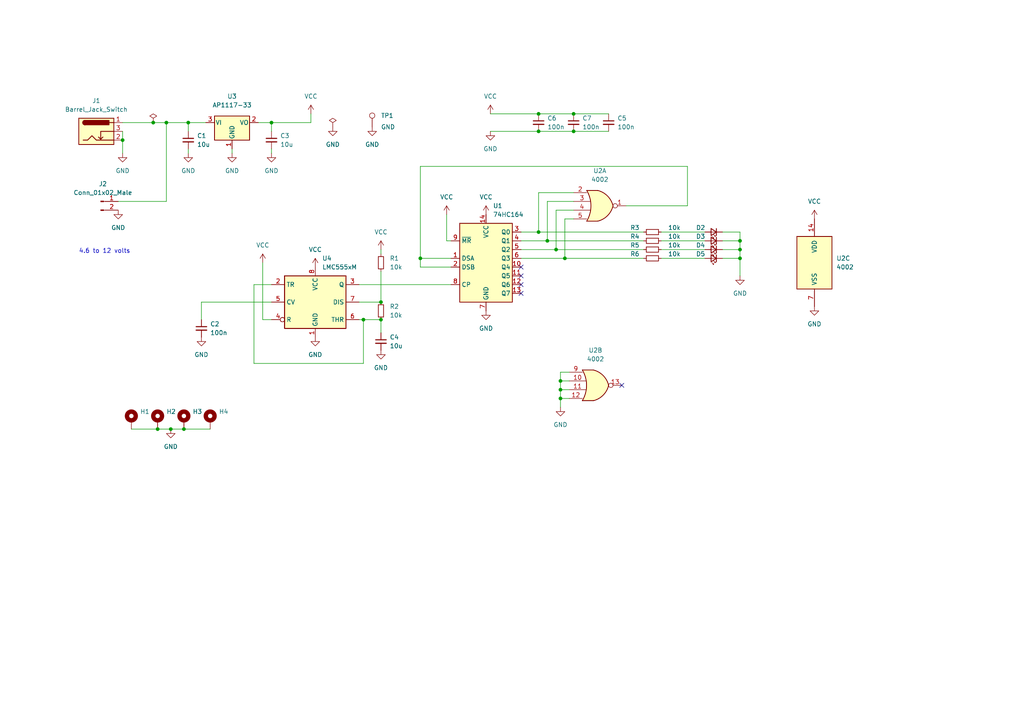
<source format=kicad_sch>
(kicad_sch (version 20211123) (generator eeschema)
  (paper "A4")
  (lib_symbols
    (symbol "4xxx:4002" (pin_names (offset 1.016))
      (property "Reference" "U" (at 0 1.27 0))
      (property "Value" "4002" (at 0 -1.27 0))
      (symbol "4002_1_1"
        (arc (start -3.81 -4.445) (mid -2.5908 0) (end -3.81 4.445) (stroke (width 0.254)))
        (arc (start -0.6096 -4.445) (mid 2.2246 -2.8422) (end 3.81 0) (stroke (width 0.254)) (fill (type background)))
        (polyline (pts (xy -3.81 -4.445) (xy -0.635 -4.445)) (stroke (width 0.254)) (fill (type background)))
        (polyline (pts (xy -3.81 4.445) (xy -0.635 4.445)) (stroke (width 0.254)) (fill (type background)))
        (polyline (pts (xy -0.635 4.445) (xy -3.81 4.445) (xy -3.81 4.445) (xy -3.6322 4.0894) (xy -3.0988 2.921) (xy -2.7686 1.6764) (xy -2.6162 0.4318) (xy -2.6416 -0.8636) (xy -2.8702 -2.1082) (xy -3.2512 -3.3274) (xy -3.81 -4.445) (xy -3.81 -4.445) (xy -0.635 -4.445)) (stroke (width -25.4)) (fill (type background)))
        (arc (start 3.81 0) (mid 2.2204 2.8379) (end -0.6096 4.445) (stroke (width 0.254)) (fill (type background)))
        (pin output inverted (at 7.62 0 180) (length 3.81) (name "~") (number "1"))
        (pin input line (at -7.62 3.81 0) (length 3.81) (name "~") (number "2"))
        (pin input line (at -7.62 1.27 0) (length 4.826) (name "~") (number "3"))
        (pin input line (at -7.62 -1.27 0) (length 4.826) (name "~") (number "4"))
        (pin input line (at -7.62 -3.81 0) (length 3.81) (name "~") (number "5"))
      )
      (symbol "4002_1_2"
        (arc (start -0.635 -4.445) (mid 3.81 0) (end -0.635 4.445) (stroke (width 0.254)) (fill (type background)))
        (polyline (pts (xy -0.635 4.445) (xy -3.81 4.445) (xy -3.81 -4.445) (xy -0.635 -4.445)) (stroke (width 0.254)) (fill (type background)))
        (pin output line (at 7.62 0 180) (length 3.81) (name "~") (number "1"))
        (pin input inverted (at -7.62 3.81 0) (length 3.81) (name "~") (number "2"))
        (pin input inverted (at -7.62 1.27 0) (length 3.81) (name "~") (number "3"))
        (pin input inverted (at -7.62 -1.27 0) (length 3.81) (name "~") (number "4"))
        (pin input inverted (at -7.62 -3.81 0) (length 3.81) (name "~") (number "5"))
      )
      (symbol "4002_2_1"
        (arc (start -3.81 -4.445) (mid -2.5908 0) (end -3.81 4.445) (stroke (width 0.254)))
        (arc (start -0.6096 -4.445) (mid 2.2246 -2.8422) (end 3.81 0) (stroke (width 0.254)) (fill (type background)))
        (polyline (pts (xy -3.81 -4.445) (xy -0.635 -4.445)) (stroke (width 0.254)) (fill (type background)))
        (polyline (pts (xy -3.81 4.445) (xy -0.635 4.445)) (stroke (width 0.254)) (fill (type background)))
        (polyline (pts (xy -0.635 4.445) (xy -3.81 4.445) (xy -3.81 4.445) (xy -3.6322 4.0894) (xy -3.0988 2.921) (xy -2.7686 1.6764) (xy -2.6162 0.4318) (xy -2.6416 -0.8636) (xy -2.8702 -2.1082) (xy -3.2512 -3.3274) (xy -3.81 -4.445) (xy -3.81 -4.445) (xy -0.635 -4.445)) (stroke (width -25.4)) (fill (type background)))
        (arc (start 3.81 0) (mid 2.2204 2.8379) (end -0.6096 4.445) (stroke (width 0.254)) (fill (type background)))
        (pin input line (at -7.62 1.27 0) (length 4.826) (name "~") (number "10"))
        (pin input line (at -7.62 -1.27 0) (length 4.826) (name "~") (number "11"))
        (pin input line (at -7.62 -3.81 0) (length 3.81) (name "~") (number "12"))
        (pin output inverted (at 7.62 0 180) (length 3.81) (name "~") (number "13"))
        (pin input line (at -7.62 3.81 0) (length 3.81) (name "~") (number "9"))
      )
      (symbol "4002_2_2"
        (arc (start -0.635 -4.445) (mid 3.81 0) (end -0.635 4.445) (stroke (width 0.254)) (fill (type background)))
        (polyline (pts (xy -0.635 4.445) (xy -3.81 4.445) (xy -3.81 -4.445) (xy -0.635 -4.445)) (stroke (width 0.254)) (fill (type background)))
        (pin input inverted (at -7.62 1.27 0) (length 3.81) (name "~") (number "10"))
        (pin input inverted (at -7.62 -1.27 0) (length 3.81) (name "~") (number "11"))
        (pin input inverted (at -7.62 -3.81 0) (length 3.81) (name "~") (number "12"))
        (pin output line (at 7.62 0 180) (length 3.81) (name "~") (number "13"))
        (pin input inverted (at -7.62 3.81 0) (length 3.81) (name "~") (number "9"))
      )
      (symbol "4002_3_0"
        (pin power_in line (at 0 12.7 270) (length 5.08) (name "VDD") (number "14"))
        (pin power_in line (at 0 -12.7 90) (length 5.08) (name "VSS") (number "7"))
      )
      (symbol "4002_3_1"
        (rectangle (start -5.08 7.62) (end 5.08 -7.62) (stroke (width 0.254)) (fill (type background)))
      )
    )
    (symbol "74xx:74HC164"
      (property "Reference" "U" (at 1.905 -13.97 0))
      (property "Value" "74HC164" (at 1.905 -16.51 0))
      (symbol "74HC164_0_1"
        (rectangle (start 7.62 10.16) (end -7.62 -12.7) (stroke (width 0.254)) (fill (type background)))
      )
      (symbol "74HC164_1_1"
        (pin input line (at -10.16 0 0) (length 2.54) (name "DSA") (number "1"))
        (pin output line (at 10.16 -2.54 180) (length 2.54) (name "Q4") (number "10"))
        (pin output line (at 10.16 -5.08 180) (length 2.54) (name "Q5") (number "11"))
        (pin output line (at 10.16 -7.62 180) (length 2.54) (name "Q6") (number "12"))
        (pin output line (at 10.16 -10.16 180) (length 2.54) (name "Q7") (number "13"))
        (pin power_in line (at 0 12.7 270) (length 2.54) (name "VCC") (number "14"))
        (pin input line (at -10.16 -2.54 0) (length 2.54) (name "DSB") (number "2"))
        (pin output line (at 10.16 7.62 180) (length 2.54) (name "Q0") (number "3"))
        (pin output line (at 10.16 5.08 180) (length 2.54) (name "Q1") (number "4"))
        (pin output line (at 10.16 2.54 180) (length 2.54) (name "Q2") (number "5"))
        (pin output line (at 10.16 0 180) (length 2.54) (name "Q3") (number "6"))
        (pin power_in line (at 0 -15.24 90) (length 2.54) (name "GND") (number "7"))
        (pin input line (at -10.16 -7.62 0) (length 2.54) (name "CP") (number "8"))
        (pin input line (at -10.16 5.08 0) (length 2.54) (name "~{MR}") (number "9"))
      )
    )
    (symbol "Connector:Barrel_Jack_Switch" (pin_names hide)
      (property "Reference" "J" (at 0 5.334 0))
      (property "Value" "Barrel_Jack_Switch" (at 0 -5.08 0))
      (symbol "Barrel_Jack_Switch_0_1"
        (rectangle (start -5.08 3.81) (end 5.08 -3.81) (stroke (width 0.254)) (fill (type background)))
        (arc (start -3.302 3.175) (mid -3.937 2.54) (end -3.302 1.905) (stroke (width 0.254)))
        (arc (start -3.302 3.175) (mid -3.937 2.54) (end -3.302 1.905) (stroke (width 0.254)) (fill (type outline)))
        (polyline (pts (xy 1.27 -2.286) (xy 1.905 -1.651)) (stroke (width 0.254)))
        (polyline (pts (xy 5.08 2.54) (xy 3.81 2.54)) (stroke (width 0.254)))
        (polyline (pts (xy 5.08 0) (xy 1.27 0) (xy 1.27 -2.286) (xy 0.635 -1.651)) (stroke (width 0.254)))
        (polyline (pts (xy -3.81 -2.54) (xy -2.54 -2.54) (xy -1.27 -1.27) (xy 0 -2.54) (xy 2.54 -2.54) (xy 5.08 -2.54)) (stroke (width 0.254)))
        (rectangle (start 3.683 3.175) (end -3.302 1.905) (stroke (width 0.254)) (fill (type outline)))
      )
      (symbol "Barrel_Jack_Switch_1_1"
        (pin passive line (at 7.62 2.54 180) (length 2.54) (name "~") (number "1"))
        (pin passive line (at 7.62 -2.54 180) (length 2.54) (name "~") (number "2"))
        (pin passive line (at 7.62 0 180) (length 2.54) (name "~") (number "3"))
      )
    )
    (symbol "Connector:Conn_01x02_Male" (pin_names (offset 1.016) hide)
      (property "Reference" "J" (at 0 2.54 0))
      (property "Value" "Conn_01x02_Male" (at 0 -5.08 0))
      (symbol "Conn_01x02_Male_1_1"
        (polyline (pts (xy 1.27 -2.54) (xy 0.8636 -2.54)) (stroke (width 0.1524)))
        (polyline (pts (xy 1.27 0) (xy 0.8636 0)) (stroke (width 0.1524)))
        (rectangle (start 0.8636 -2.413) (end 0 -2.667) (stroke (width 0.1524)) (fill (type outline)))
        (rectangle (start 0.8636 0.127) (end 0 -0.127) (stroke (width 0.1524)) (fill (type outline)))
        (pin passive line (at 5.08 0 180) (length 3.81) (name "Pin_1") (number "1"))
        (pin passive line (at 5.08 -2.54 180) (length 3.81) (name "Pin_2") (number "2"))
      )
    )
    (symbol "Connector:TestPoint" (pin_numbers hide) (pin_names (offset 0.762) hide)
      (property "Reference" "TP" (at 0 6.858 0))
      (property "Value" "TestPoint" (at 0 5.08 0))
      (symbol "TestPoint_0_1"
        (circle (center 0 3.302) (radius 0.762))
      )
      (symbol "TestPoint_1_1"
        (pin passive line (at 0 0 90) (length 2.54) (name "1") (number "1"))
      )
    )
    (symbol "Device:C_Small" (pin_numbers hide) (pin_names (offset 0.254) hide)
      (property "Reference" "C" (at 0.254 1.778 0))
      (property "Value" "C_Small" (at 0.254 -2.032 0))
      (symbol "C_Small_0_1"
        (polyline (pts (xy -1.524 -0.508) (xy 1.524 -0.508)) (stroke (width 0.3302)))
        (polyline (pts (xy -1.524 0.508) (xy 1.524 0.508)) (stroke (width 0.3048)))
      )
      (symbol "C_Small_1_1"
        (pin passive line (at 0 2.54 270) (length 2.032) (name "~") (number "1"))
        (pin passive line (at 0 -2.54 90) (length 2.032) (name "~") (number "2"))
      )
    )
    (symbol "Device:LED_Small" (pin_numbers hide) (pin_names (offset 0.254) hide)
      (property "Reference" "D" (at -1.27 3.175 0))
      (property "Value" "LED_Small" (at -4.445 -2.54 0))
      (symbol "LED_Small_0_1"
        (polyline (pts (xy -0.762 -1.016) (xy -0.762 1.016)) (stroke (width 0.254)))
        (polyline (pts (xy 1.016 0) (xy -0.762 0)))
        (polyline (pts (xy 0.762 -1.016) (xy -0.762 0) (xy 0.762 1.016) (xy 0.762 -1.016)) (stroke (width 0.254)))
        (polyline (pts (xy 0 0.762) (xy -0.508 1.27) (xy -0.254 1.27) (xy -0.508 1.27) (xy -0.508 1.016)))
        (polyline (pts (xy 0.508 1.27) (xy 0 1.778) (xy 0.254 1.778) (xy 0 1.778) (xy 0 1.524)))
      )
      (symbol "LED_Small_1_1"
        (pin passive line (at -2.54 0 0) (length 1.778) (name "K") (number "1"))
        (pin passive line (at 2.54 0 180) (length 1.778) (name "A") (number "2"))
      )
    )
    (symbol "Device:R_Small" (pin_numbers hide) (pin_names (offset 0.254) hide)
      (property "Reference" "R" (at 0.762 0.508 0))
      (property "Value" "R_Small" (at 0.762 -1.016 0))
      (symbol "R_Small_0_1"
        (rectangle (start -0.762 1.778) (end 0.762 -1.778) (stroke (width 0.2032)))
      )
      (symbol "R_Small_1_1"
        (pin passive line (at 0 2.54 270) (length 0.762) (name "~") (number "1"))
        (pin passive line (at 0 -2.54 90) (length 0.762) (name "~") (number "2"))
      )
    )
    (symbol "Mechanical:MountingHole_Pad" (pin_numbers hide) (pin_names (offset 1.016) hide)
      (property "Reference" "H" (at 0 6.35 0))
      (property "Value" "MountingHole_Pad" (at 0 4.445 0))
      (symbol "MountingHole_Pad_0_1"
        (circle (center 0 1.27) (radius 1.27) (stroke (width 1.27)))
      )
      (symbol "MountingHole_Pad_1_1"
        (pin input line (at 0 -2.54 90) (length 2.54) (name "1") (number "1"))
      )
    )
    (symbol "Regulator_Linear:AP1117-33" (pin_names (offset 0.254))
      (property "Reference" "U" (at -3.81 3.175 0))
      (property "Value" "AP1117-33" (at 0 3.175 0))
      (symbol "AP1117-33_0_1"
        (rectangle (start -5.08 -5.08) (end 5.08 1.905) (stroke (width 0.254)) (fill (type background)))
      )
      (symbol "AP1117-33_1_1"
        (pin power_in line (at 0 -7.62 90) (length 2.54) (name "GND") (number "1"))
        (pin power_out line (at 7.62 0 180) (length 2.54) (name "VO") (number "2"))
        (pin power_in line (at -7.62 0 0) (length 2.54) (name "VI") (number "3"))
      )
    )
    (symbol "Timer:LMC555xM"
      (property "Reference" "U" (at -10.16 8.89 0))
      (property "Value" "LMC555xM" (at 2.54 8.89 0))
      (symbol "LMC555xM_0_0"
        (pin power_in line (at 0 -10.16 90) (length 2.54) (name "GND") (number "1"))
        (pin power_in line (at 0 10.16 270) (length 2.54) (name "VCC") (number "8"))
      )
      (symbol "LMC555xM_0_1"
        (rectangle (start -8.89 -7.62) (end 8.89 7.62) (stroke (width 0.254)) (fill (type background)))
        (rectangle (start -8.89 -7.62) (end 8.89 7.62) (stroke (width 0.254)) (fill (type background)))
      )
      (symbol "LMC555xM_1_1"
        (pin input line (at -12.7 5.08 0) (length 3.81) (name "TR") (number "2"))
        (pin output line (at 12.7 5.08 180) (length 3.81) (name "Q") (number "3"))
        (pin input inverted (at -12.7 -5.08 0) (length 3.81) (name "R") (number "4"))
        (pin input line (at -12.7 0 0) (length 3.81) (name "CV") (number "5"))
        (pin input line (at 12.7 -5.08 180) (length 3.81) (name "THR") (number "6"))
        (pin input line (at 12.7 0 180) (length 3.81) (name "DIS") (number "7"))
      )
    )
    (symbol "power:GND" (power) (pin_names (offset 0))
      (property "Value" "GND" (at 0 -3.81 0))
      (symbol "GND_0_1"
        (polyline (pts (xy 0 0) (xy 0 -1.27) (xy 1.27 -1.27) (xy 0 -2.54) (xy -1.27 -1.27) (xy 0 -1.27)))
      )
      (symbol "GND_1_1"
        (pin power_in line (at 0 0 270) (length 0) hide (name "GND") (number "1"))
      )
    )
    (symbol "power:PWR_FLAG" (power) (pin_numbers hide) (pin_names (offset 0) hide)
      (property "Value" "PWR_FLAG" (at 0 3.81 0))
      (symbol "PWR_FLAG_0_0"
        (pin power_out line (at 0 0 90) (length 0) (name "pwr") (number "1"))
      )
      (symbol "PWR_FLAG_0_1"
        (polyline (pts (xy 0 0) (xy 0 1.27) (xy -1.016 1.905) (xy 0 2.54) (xy 1.016 1.905) (xy 0 1.27)))
      )
    )
    (symbol "power:VCC" (power) (pin_names (offset 0))
      (property "Value" "VCC" (at 0 3.81 0))
      (symbol "VCC_0_1"
        (polyline (pts (xy -0.762 1.27) (xy 0 2.54)))
        (polyline (pts (xy 0 0) (xy 0 2.54)))
        (polyline (pts (xy 0 2.54) (xy 0.762 1.27)))
      )
      (symbol "VCC_1_1"
        (pin power_in line (at 0 0 90) (length 0) hide (name "VCC") (number "1"))
      )
    )
  )
  (junction (at 78.74 35.56))
  (junction (at 156.21 38.1))
  (junction (at 158.75 69.85))
  (junction (at 156.21 33.02))
  (junction (at 161.29 72.39))
  (junction (at 45.72 124.46))
  (junction (at 53.34 124.46))
  (junction (at 214.63 74.93))
  (junction (at 162.56 113.03))
  (junction (at 162.56 115.57))
  (junction (at 48.26 35.56))
  (junction (at 156.21 67.31))
  (junction (at 166.37 33.02))
  (junction (at 121.92 74.93))
  (junction (at 105.41 92.71))
  (junction (at 163.83 74.93))
  (junction (at 162.56 110.49))
  (junction (at 214.63 72.39))
  (junction (at 35.56 40.64))
  (junction (at 49.53 124.46))
  (junction (at 54.61 35.56))
  (junction (at 110.49 92.71))
  (junction (at 110.49 87.63))
  (junction (at 44.45 35.56))
  (junction (at 214.63 69.85))
  (junction (at 166.37 38.1))
  (no_connect (at 151.13 82.55))
  (no_connect (at 180.34 111.76))
  (no_connect (at 151.13 85.09))
  (no_connect (at 151.13 80.01))
  (no_connect (at 151.13 77.47))
  (wire (pts (xy 191.77 74.93) (xy 204.47 74.93)))
  (wire (pts (xy 162.56 110.49) (xy 165.1 110.49)))
  (wire (pts (xy 162.56 113.03) (xy 165.1 113.03)))
  (wire (pts (xy 156.21 38.1) (xy 166.37 38.1)))
  (wire (pts (xy 44.45 35.56) (xy 48.26 35.56)))
  (wire (pts (xy 121.92 74.93) (xy 130.81 74.93)))
  (wire (pts (xy 158.75 69.85) (xy 186.69 69.85)))
  (wire (pts (xy 54.61 44.45) (xy 54.61 43.18)))
  (wire (pts (xy 38.1 124.46) (xy 45.72 124.46)))
  (wire (pts (xy 162.56 115.57) (xy 165.1 115.57)))
  (wire (pts (xy 76.2 92.71) (xy 76.2 76.2)))
  (wire (pts (xy 110.49 73.66) (xy 110.49 72.39)))
  (wire (pts (xy 78.74 35.56) (xy 90.17 35.56)))
  (wire (pts (xy 214.63 74.93) (xy 214.63 80.01)))
  (wire (pts (xy 35.56 35.56) (xy 44.45 35.56)))
  (wire (pts (xy 34.29 58.42) (xy 48.26 58.42)))
  (wire (pts (xy 214.63 67.31) (xy 214.63 69.85)))
  (wire (pts (xy 130.81 69.85) (xy 129.54 69.85)))
  (wire (pts (xy 48.26 35.56) (xy 54.61 35.56)))
  (wire (pts (xy 67.31 44.45) (xy 67.31 43.18)))
  (wire (pts (xy 161.29 72.39) (xy 186.69 72.39)))
  (wire (pts (xy 209.55 67.31) (xy 214.63 67.31)))
  (wire (pts (xy 74.93 35.56) (xy 78.74 35.56)))
  (wire (pts (xy 35.56 40.64) (xy 35.56 44.45)))
  (wire (pts (xy 129.54 69.85) (xy 129.54 62.23)))
  (wire (pts (xy 54.61 38.1) (xy 54.61 35.56)))
  (wire (pts (xy 166.37 33.02) (xy 176.53 33.02)))
  (wire (pts (xy 161.29 60.96) (xy 161.29 72.39)))
  (wire (pts (xy 156.21 33.02) (xy 166.37 33.02)))
  (wire (pts (xy 151.13 72.39) (xy 161.29 72.39)))
  (wire (pts (xy 58.42 87.63) (xy 58.42 92.71)))
  (wire (pts (xy 78.74 44.45) (xy 78.74 43.18)))
  (wire (pts (xy 121.92 77.47) (xy 130.81 77.47)))
  (wire (pts (xy 162.56 107.95) (xy 162.56 110.49)))
  (wire (pts (xy 209.55 69.85) (xy 214.63 69.85)))
  (wire (pts (xy 162.56 115.57) (xy 162.56 118.11)))
  (wire (pts (xy 191.77 67.31) (xy 204.47 67.31)))
  (wire (pts (xy 158.75 58.42) (xy 158.75 69.85)))
  (wire (pts (xy 199.39 48.26) (xy 121.92 48.26)))
  (wire (pts (xy 191.77 69.85) (xy 204.47 69.85)))
  (wire (pts (xy 191.77 72.39) (xy 204.47 72.39)))
  (wire (pts (xy 110.49 78.74) (xy 110.49 87.63)))
  (wire (pts (xy 151.13 69.85) (xy 158.75 69.85)))
  (wire (pts (xy 163.83 63.5) (xy 166.37 63.5)))
  (wire (pts (xy 214.63 69.85) (xy 214.63 72.39)))
  (wire (pts (xy 162.56 110.49) (xy 162.56 113.03)))
  (wire (pts (xy 78.74 92.71) (xy 76.2 92.71)))
  (wire (pts (xy 121.92 74.93) (xy 121.92 77.47)))
  (wire (pts (xy 163.83 74.93) (xy 186.69 74.93)))
  (wire (pts (xy 209.55 72.39) (xy 214.63 72.39)))
  (wire (pts (xy 73.66 105.41) (xy 105.41 105.41)))
  (wire (pts (xy 156.21 55.88) (xy 156.21 67.31)))
  (wire (pts (xy 48.26 58.42) (xy 48.26 35.56)))
  (wire (pts (xy 209.55 74.93) (xy 214.63 74.93)))
  (wire (pts (xy 45.72 124.46) (xy 49.53 124.46)))
  (wire (pts (xy 35.56 38.1) (xy 35.56 40.64)))
  (wire (pts (xy 151.13 74.93) (xy 163.83 74.93)))
  (wire (pts (xy 49.53 124.46) (xy 53.34 124.46)))
  (wire (pts (xy 142.24 33.02) (xy 156.21 33.02)))
  (wire (pts (xy 151.13 67.31) (xy 156.21 67.31)))
  (wire (pts (xy 121.92 48.26) (xy 121.92 74.93)))
  (wire (pts (xy 156.21 67.31) (xy 186.69 67.31)))
  (wire (pts (xy 54.61 35.56) (xy 59.69 35.56)))
  (wire (pts (xy 181.61 59.69) (xy 199.39 59.69)))
  (wire (pts (xy 53.34 124.46) (xy 60.96 124.46)))
  (wire (pts (xy 73.66 82.55) (xy 73.66 105.41)))
  (wire (pts (xy 162.56 113.03) (xy 162.56 115.57)))
  (wire (pts (xy 104.14 87.63) (xy 110.49 87.63)))
  (wire (pts (xy 163.83 63.5) (xy 163.83 74.93)))
  (wire (pts (xy 78.74 87.63) (xy 58.42 87.63)))
  (wire (pts (xy 166.37 60.96) (xy 161.29 60.96)))
  (wire (pts (xy 166.37 58.42) (xy 158.75 58.42)))
  (wire (pts (xy 90.17 35.56) (xy 90.17 33.02)))
  (wire (pts (xy 166.37 55.88) (xy 156.21 55.88)))
  (wire (pts (xy 105.41 92.71) (xy 110.49 92.71)))
  (wire (pts (xy 110.49 92.71) (xy 110.49 96.52)))
  (wire (pts (xy 166.37 38.1) (xy 176.53 38.1)))
  (wire (pts (xy 142.24 38.1) (xy 156.21 38.1)))
  (wire (pts (xy 78.74 82.55) (xy 73.66 82.55)))
  (wire (pts (xy 214.63 72.39) (xy 214.63 74.93)))
  (wire (pts (xy 104.14 92.71) (xy 105.41 92.71)))
  (wire (pts (xy 104.14 82.55) (xy 130.81 82.55)))
  (wire (pts (xy 165.1 107.95) (xy 162.56 107.95)))
  (wire (pts (xy 199.39 59.69) (xy 199.39 48.26)))
  (wire (pts (xy 78.74 38.1) (xy 78.74 35.56)))
  (wire (pts (xy 105.41 105.41) (xy 105.41 92.71)))
  (text "4.6 to 12 volts" (at 22.86 73.66 0) (effects (font (size 1.27 1.27)) (justify left bottom)))
  (symbol (lib_id "Device:LED_Small") (at 207.01 69.85 180) (unit 1)
    (property "Reference" "D3" (at 203.2 68.58 0))
    (property "Value" "LED_Small" (effects hide))
    (property "Footprint" "LED_SMD:LED_0805_2012Metric" (effects hide))
    (property "LCSC" "C2297" (effects hide))
  )
  (symbol (lib_id "74xx:74HC164") (at 140.97 74.93 0) (unit 1)
    (property "Reference" "U1" (at 142.9894 59.69 0) (effects (justify left)))
    (property "Value" "74HC164" (at 142.9894 62.23 0) (effects (justify left)))
    (property "Footprint" "Package_SO:SOIC-14_3.9x8.7mm_P1.27mm" (effects hide))
    (property "Datasheet" "https://assets.nexperia.com/documents/data-sheet/74HC_HCT164.pdf" (effects hide))
    (property "LCSC" "C6825" (effects hide))
  )
  (symbol (lib_id "power:PWR_FLAG") (at 44.45 35.56 0) (unit 1)
    (property "Reference" "#FLG0103" (effects hide))
    (property "Value" "PWR_FLAG" (effects hide))
  )
  (symbol (lib_id "power:GND") (at 214.63 80.01 0) (unit 1)
    (property "Reference" "#PWR016" (effects hide))
    (property "Value" "GND" (at 214.63 85.09 0))
  )
  (symbol (lib_id "Device:C_Small") (at 58.42 95.25 0) (unit 1)
    (property "Reference" "C2" (at 60.96 93.9862 0) (effects (justify left)))
    (property "Value" "100n" (at 60.96 96.5262 0) (effects (justify left)))
    (property "Footprint" "Capacitor_SMD:C_0805_2012Metric" (effects hide))
    (property "LCSC" "C49678" (effects hide))
  )
  (symbol (lib_id "Device:C_Small") (at 176.53 35.56 0) (unit 1)
    (property "Reference" "C5" (at 179.07 34.2962 0) (effects (justify left)))
    (property "Value" "100n" (at 179.07 36.8362 0) (effects (justify left)))
    (property "Footprint" "Capacitor_SMD:C_0805_2012Metric" (effects hide))
    (property "LCSC" "C49678" (effects hide))
  )
  (symbol (lib_id "power:VCC") (at 90.17 33.02 0) (unit 1)
    (property "Reference" "#PWR0108" (effects hide))
    (property "Value" "VCC" (at 90.17 27.94 0))
  )
  (symbol (lib_id "Device:C_Small") (at 156.21 35.56 0) (unit 1)
    (property "Reference" "C6" (at 158.75 34.2962 0) (effects (justify left)))
    (property "Value" "100n" (at 158.75 36.8362 0) (effects (justify left)))
    (property "Footprint" "Capacitor_SMD:C_0805_2012Metric" (effects hide))
    (property "LCSC" "C49678" (effects hide))
  )
  (symbol (lib_id "power:GND") (at 96.52 36.83 0) (unit 1)
    (property "Reference" "#PWR0101" (effects hide))
    (property "Value" "GND" (at 96.52 41.91 0))
  )
  (symbol (lib_id "power:VCC") (at 91.44 77.47 0) (unit 1)
    (property "Reference" "#PWR0110" (effects hide))
    (property "Value" "VCC" (at 91.44 72.39 0))
  )
  (symbol (lib_id "power:VCC") (at 140.97 62.23 0) (unit 1)
    (property "Reference" "#PWR0103" (effects hide))
    (property "Value" "VCC" (at 140.97 57.15 0))
  )
  (symbol (lib_id "power:GND") (at 58.42 97.79 0) (unit 1)
    (property "Reference" "#PWR03" (effects hide))
    (property "Value" "GND" (at 58.42 102.87 0))
  )
  (symbol (lib_id "Device:LED_Small") (at 207.01 72.39 180) (unit 1)
    (property "Reference" "D4" (at 203.2 71.12 0))
    (property "Value" "LED_Small" (effects hide))
    (property "Footprint" "LED_SMD:LED_0805_2012Metric" (effects hide))
    (property "LCSC" "C2297" (effects hide))
  )
  (symbol (lib_id "Timer:LMC555xM") (at 91.44 87.63 0) (unit 1)
    (property "Reference" "U4" (at 93.4594 74.93 0) (effects (justify left)))
    (property "Value" "LMC555xM" (at 93.4594 77.47 0) (effects (justify left)))
    (property "Footprint" "Package_SO:SOIC-8_3.9x4.9mm_P1.27mm" (effects hide))
    (property "Datasheet" "http://www.ti.com/lit/ds/symlink/lmc555.pdf" (effects hide))
    (property "LCSC" "C90760" (effects hide))
  )
  (symbol (lib_id "4xxx:4002") (at 172.72 111.76 0) (unit 2)
    (property "Reference" "U2" (at 172.72 101.6 0))
    (property "Value" "4002" (at 172.72 104.14 0))
    (property "Footprint" "Package_SO:SOIC-14_3.9x8.7mm_P1.27mm" (effects hide))
    (property "Datasheet" "http://www.intersil.com/content/dam/Intersil/documents/cd40/cd4000bms-01bms-02bms-25bms.pdf" (effects hide))
  )
  (symbol (lib_id "Device:C_Small") (at 110.49 99.06 0) (unit 1)
    (property "Reference" "C4" (at 113.03 97.7962 0) (effects (justify left)))
    (property "Value" "10u" (at 113.03 100.3362 0) (effects (justify left)))
    (property "Footprint" "Capacitor_SMD:C_0805_2012Metric" (effects hide))
    (property "LCSC" "C15850" (effects hide))
  )
  (symbol (lib_id "Regulator_Linear:AP1117-33") (at 67.31 35.56 0) (unit 1)
    (property "Reference" "U3" (at 67.31 27.94 0))
    (property "Value" "AP1117-33" (at 67.31 30.48 0))
    (property "Footprint" "Package_TO_SOT_SMD:SOT-223-3_TabPin2" (effects hide))
    (property "Datasheet" "http://www.diodes.com/datasheets/AP1117.pdf" (effects hide))
    (property "LCSC" "C6186" (effects hide))
  )
  (symbol (lib_id "Device:C_Small") (at 54.61 40.64 0) (unit 1)
    (property "Reference" "C1" (at 57.15 39.3762 0) (effects (justify left)))
    (property "Value" "10u" (at 57.15 41.9162 0) (effects (justify left)))
    (property "Footprint" "Capacitor_SMD:C_0805_2012Metric" (effects hide))
    (property "LCSC" "C15850" (effects hide))
  )
  (symbol (lib_id "power:VCC") (at 129.54 62.23 0) (unit 1)
    (property "Reference" "#PWR0104" (effects hide))
    (property "Value" "VCC" (at 129.54 57.15 0))
  )
  (symbol (lib_id "Mechanical:MountingHole_Pad") (at 60.96 121.92 0) (unit 1)
    (property "Reference" "H4" (at 63.5 119.3799 0) (effects (justify left)))
    (property "Value" "MountingHole_Pad" (effects hide))
    (property "Footprint" "MountingHole:MountingHole_3.5mm_Pad" (effects hide))
  )
  (symbol (lib_id "Device:R_Small") (at 189.23 72.39 90) (unit 1)
    (property "Reference" "R5" (at 184.15 71.12 90))
    (property "Value" "10k" (at 195.58 71.12 90))
    (property "Footprint" "Resistor_SMD:R_0805_2012Metric" (effects hide))
    (property "LCSC" "C17414" (effects hide))
  )
  (symbol (lib_id "power:GND") (at 54.61 44.45 0) (unit 1)
    (property "Reference" "#PWR02" (effects hide))
    (property "Value" "GND" (at 54.61 49.53 0))
  )
  (symbol (lib_id "Device:C_Small") (at 166.37 35.56 0) (unit 1)
    (property "Reference" "C7" (at 168.91 34.2962 0) (effects (justify left)))
    (property "Value" "100n" (at 168.91 36.8362 0) (effects (justify left)))
    (property "Footprint" "Capacitor_SMD:C_0805_2012Metric" (effects hide))
    (property "LCSC" "C49678" (effects hide))
  )
  (symbol (lib_id "4xxx:4002") (at 236.22 76.2 0) (unit 3)
    (property "Reference" "U2" (at 242.57 74.9299 0) (effects (justify left)))
    (property "Value" "4002" (at 242.57 77.4699 0) (effects (justify left)))
    (property "Footprint" "Package_SO:SOIC-14_3.9x8.7mm_P1.27mm" (effects hide))
    (property "Datasheet" "http://www.intersil.com/content/dam/Intersil/documents/cd40/cd4000bms-01bms-02bms-25bms.pdf" (effects hide))
  )
  (symbol (lib_id "power:VCC") (at 110.49 72.39 0) (unit 1)
    (property "Reference" "#PWR0107" (effects hide))
    (property "Value" "VCC" (at 110.49 67.31 0))
  )
  (symbol (lib_id "power:VCC") (at 76.2 76.2 0) (unit 1)
    (property "Reference" "#PWR0109" (effects hide))
    (property "Value" "VCC" (at 76.2 71.12 0))
  )
  (symbol (lib_id "power:GND") (at 107.95 36.83 0) (unit 1)
    (property "Reference" "#PWR023" (effects hide))
    (property "Value" "GND" (at 107.95 41.91 0))
  )
  (symbol (lib_id "power:GND") (at 236.22 88.9 0) (unit 1)
    (property "Reference" "#PWR020" (effects hide))
    (property "Value" "GND" (at 236.22 93.98 0))
  )
  (symbol (lib_id "Mechanical:MountingHole_Pad") (at 53.34 121.92 0) (unit 1)
    (property "Reference" "H3" (at 55.88 119.3799 0) (effects (justify left)))
    (property "Value" "MountingHole_Pad" (effects hide))
    (property "Footprint" "MountingHole:MountingHole_3.5mm_Pad" (effects hide))
  )
  (symbol (lib_id "Device:R_Small") (at 189.23 69.85 90) (unit 1)
    (property "Reference" "R4" (at 184.15 68.58 90))
    (property "Value" "10k" (at 195.58 68.58 90))
    (property "Footprint" "Resistor_SMD:R_0805_2012Metric" (effects hide))
    (property "LCSC" "C17414" (effects hide))
  )
  (symbol (lib_id "power:VCC") (at 236.22 63.5 0) (unit 1)
    (property "Reference" "#PWR0102" (effects hide))
    (property "Value" "VCC" (at 236.22 58.42 0))
  )
  (symbol (lib_id "power:GND") (at 78.74 44.45 0) (unit 1)
    (property "Reference" "#PWR06" (effects hide))
    (property "Value" "GND" (at 78.74 49.53 0))
  )
  (symbol (lib_id "Device:R_Small") (at 110.49 76.2 0) (unit 1)
    (property "Reference" "R1" (at 113.03 74.9299 0) (effects (justify left)))
    (property "Value" "10k" (at 113.03 77.4699 0) (effects (justify left)))
    (property "Footprint" "Resistor_SMD:R_0805_2012Metric" (effects hide))
    (property "LCSC" "C17414" (effects hide))
  )
  (symbol (lib_id "Connector:Conn_01x02_Male") (at 29.21 58.42 0) (unit 1)
    (property "Reference" "J2" (at 29.845 53.34 0))
    (property "Value" "Conn_01x02_Male" (at 29.845 55.88 0))
    (property "Footprint" "Connector_PinHeader_2.54mm:PinHeader_1x02_P2.54mm_Vertical" (effects hide))
  )
  (symbol (lib_id "power:PWR_FLAG") (at 96.52 36.83 0) (unit 1)
    (property "Reference" "#FLG0102" (effects hide))
    (property "Value" "PWR_FLAG" (effects hide))
  )
  (symbol (lib_id "4xxx:4002") (at 173.99 59.69 0) (unit 1)
    (property "Reference" "U2" (at 173.99 49.53 0))
    (property "Value" "4002" (at 173.99 52.07 0))
    (property "Footprint" "Package_SO:SOIC-14_3.9x8.7mm_P1.27mm" (effects hide))
    (property "Datasheet" "http://www.intersil.com/content/dam/Intersil/documents/cd40/cd4000bms-01bms-02bms-25bms.pdf" (effects hide))
    (property "LCSC" "C555144" (effects hide))
  )
  (symbol (lib_id "power:GND") (at 67.31 44.45 0) (unit 1)
    (property "Reference" "#PWR04" (effects hide))
    (property "Value" "GND" (at 67.31 49.53 0))
  )
  (symbol (lib_id "Connector:TestPoint") (at 107.95 36.83 0) (unit 1)
    (property "Reference" "TP1" (at 110.49 33.5279 0) (effects (justify left)))
    (property "Value" "GND" (at 110.49 36.83 0) (effects (justify left)))
    (property "Footprint" "Connector_PinHeader_2.54mm:PinHeader_1x01_P2.54mm_Vertical" (effects hide))
  )
  (symbol (lib_id "Device:LED_Small") (at 207.01 74.93 180) (unit 1)
    (property "Reference" "D5" (at 203.2 73.66 0))
    (property "Value" "LED_Small" (effects hide))
    (property "Footprint" "LED_SMD:LED_0805_2012Metric" (effects hide))
    (property "LCSC" "C2297" (effects hide))
  )
  (symbol (lib_id "Device:C_Small") (at 78.74 40.64 0) (unit 1)
    (property "Reference" "C3" (at 81.28 39.3762 0) (effects (justify left)))
    (property "Value" "10u" (at 81.28 41.9162 0) (effects (justify left)))
    (property "Footprint" "Capacitor_SMD:C_0805_2012Metric" (effects hide))
    (property "LCSC" "C15850" (effects hide))
  )
  (symbol (lib_id "power:GND") (at 35.56 44.45 0) (unit 1)
    (property "Reference" "#PWR01" (effects hide))
    (property "Value" "GND" (at 35.56 49.53 0))
  )
  (symbol (lib_id "Connector:Barrel_Jack_Switch") (at 27.94 38.1 0) (unit 1)
    (property "Reference" "J1" (at 27.94 29.21 0))
    (property "Value" "Barrel_Jack_Switch" (at 27.94 31.75 0))
    (property "Footprint" "Connector_BarrelJack:BarrelJack_Horizontal" (effects hide))
    (property "LCSC" "C194407" (effects hide))
  )
  (symbol (lib_id "power:GND") (at 110.49 101.6 0) (unit 1)
    (property "Reference" "#PWR011" (effects hide))
    (property "Value" "GND" (at 110.49 106.68 0))
  )
  (symbol (lib_id "Mechanical:MountingHole_Pad") (at 38.1 121.92 0) (unit 1)
    (property "Reference" "H1" (at 40.64 119.3799 0) (effects (justify left)))
    (property "Value" "MountingHole_Pad" (effects hide))
    (property "Footprint" "MountingHole:MountingHole_3.5mm_Pad" (effects hide))
  )
  (symbol (lib_id "power:GND") (at 140.97 90.17 0) (unit 1)
    (property "Reference" "#PWR014" (effects hide))
    (property "Value" "GND" (at 140.97 95.25 0))
  )
  (symbol (lib_id "Mechanical:MountingHole_Pad") (at 45.72 121.92 0) (unit 1)
    (property "Reference" "H2" (at 48.26 119.3799 0) (effects (justify left)))
    (property "Value" "MountingHole_Pad" (effects hide))
    (property "Footprint" "MountingHole:MountingHole_3.5mm_Pad" (effects hide))
  )
  (symbol (lib_id "power:GND") (at 142.24 38.1 0) (unit 1)
    (property "Reference" "#PWR022" (effects hide))
    (property "Value" "GND" (at 142.24 43.18 0))
  )
  (symbol (lib_id "power:GND") (at 162.56 118.11 0) (unit 1)
    (property "Reference" "#PWR015" (effects hide))
    (property "Value" "GND" (at 162.56 123.19 0))
  )
  (symbol (lib_id "power:VCC") (at 142.24 33.02 0) (unit 1)
    (property "Reference" "#PWR0105" (effects hide))
    (property "Value" "VCC" (at 142.24 27.94 0))
  )
  (symbol (lib_id "Device:LED_Small") (at 207.01 67.31 180) (unit 1)
    (property "Reference" "D2" (at 203.2 66.04 0))
    (property "Value" "LED_Small" (effects hide))
    (property "Footprint" "LED_SMD:LED_0805_2012Metric" (effects hide))
    (property "LCSC" "C2297" (effects hide))
  )
  (symbol (lib_id "Device:R_Small") (at 189.23 67.31 90) (unit 1)
    (property "Reference" "R3" (at 184.15 66.04 90))
    (property "Value" "10k" (at 195.58 66.04 90))
    (property "Footprint" "Resistor_SMD:R_0805_2012Metric" (effects hide))
    (property "LCSC" "C17414" (effects hide))
  )
  (symbol (lib_id "Device:R_Small") (at 110.49 90.17 0) (unit 1)
    (property "Reference" "R2" (at 113.03 88.8999 0) (effects (justify left)))
    (property "Value" "10k" (at 113.03 91.4399 0) (effects (justify left)))
    (property "Footprint" "Resistor_SMD:R_0805_2012Metric" (effects hide))
    (property "LCSC" "C17414" (effects hide))
  )
  (symbol (lib_id "power:GND") (at 34.29 60.96 0) (unit 1)
    (property "Reference" "#PWR05" (effects hide))
    (property "Value" "GND" (at 34.29 66.04 0))
  )
  (symbol (lib_id "power:GND") (at 91.44 97.79 0) (unit 1)
    (property "Reference" "#PWR09" (effects hide))
    (property "Value" "GND" (at 91.44 102.87 0))
  )
  (symbol (lib_id "Device:R_Small") (at 189.23 74.93 90) (unit 1)
    (property "Reference" "R6" (at 184.15 73.66 90))
    (property "Value" "10k" (at 195.58 73.66 90))
    (property "Footprint" "Resistor_SMD:R_0805_2012Metric" (effects hide))
    (property "LCSC" "C17414" (effects hide))
  )
  (symbol (lib_id "power:GND") (at 49.53 124.46 0) (unit 1)
    (property "Reference" "#PWR024" (effects hide))
    (property "Value" "GND" (at 49.53 129.54 0))
  )
)
</source>
